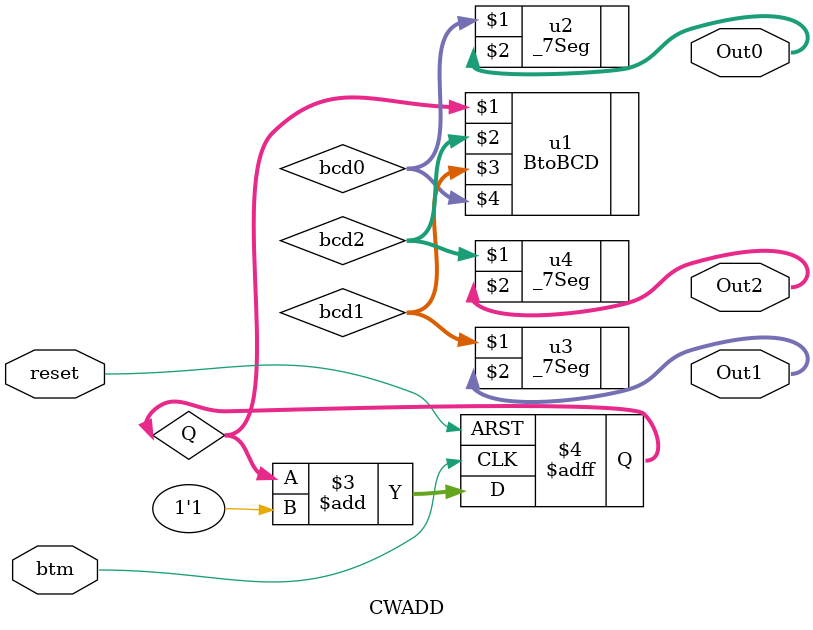
<source format=v>
module CWADD (btm,reset,Out0,Out1,Out2);
input btm,reset;
output [6:0] Out0,Out1,Out2;
wire [3:0] bcd0,bcd1,bcd2;
reg [7:0] Q;


always@(posedge btm or negedge reset)
 if(reset==1'b0)
   Q<=8'b0;
 else
   Q<=Q+1'b1;
BtoBCD u1(Q,bcd2,bcd1,bcd0);
_7Seg u2(bcd0,Out0);
_7Seg u3(bcd1,Out1);
_7Seg u4(bcd2,Out2);


endmodule
</source>
